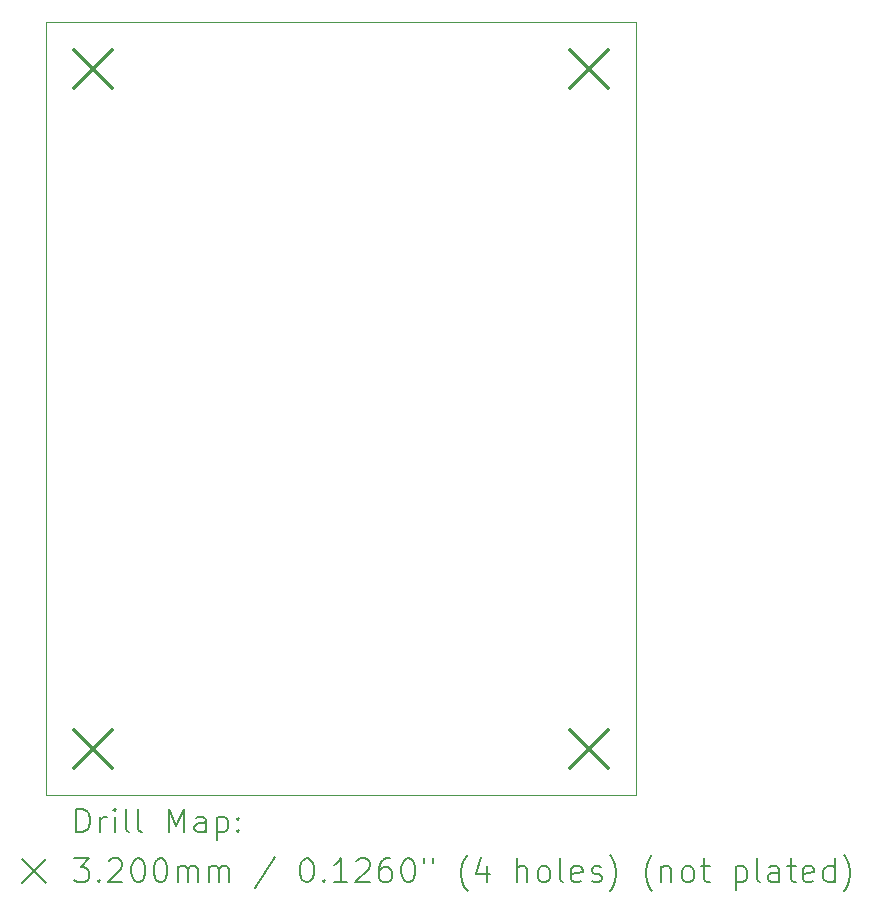
<source format=gbr>
%TF.GenerationSoftware,KiCad,Pcbnew,8.0.3*%
%TF.CreationDate,2024-07-15T07:55:14+02:00*%
%TF.ProjectId,OFMBearBoard,4f464d42-6561-4724-926f-6172642e6b69,1.0.1 (Dicker)*%
%TF.SameCoordinates,Original*%
%TF.FileFunction,Drillmap*%
%TF.FilePolarity,Positive*%
%FSLAX45Y45*%
G04 Gerber Fmt 4.5, Leading zero omitted, Abs format (unit mm)*
G04 Created by KiCad (PCBNEW 8.0.3) date 2024-07-15 07:55:14*
%MOMM*%
%LPD*%
G01*
G04 APERTURE LIST*
%ADD10C,0.050000*%
%ADD11C,0.200000*%
%ADD12C,0.320000*%
G04 APERTURE END LIST*
D10*
X7925000Y-2145000D02*
X12925000Y-2145000D01*
X12925000Y-8695000D01*
X7925000Y-8695000D01*
X7925000Y-2145000D01*
D11*
D12*
X8165000Y-2385000D02*
X8485000Y-2705000D01*
X8485000Y-2385000D02*
X8165000Y-2705000D01*
X8165000Y-8140000D02*
X8485000Y-8460000D01*
X8485000Y-8140000D02*
X8165000Y-8460000D01*
X12365000Y-2385000D02*
X12685000Y-2705000D01*
X12685000Y-2385000D02*
X12365000Y-2705000D01*
X12365000Y-8140000D02*
X12685000Y-8460000D01*
X12685000Y-8140000D02*
X12365000Y-8460000D01*
D11*
X8183277Y-9008984D02*
X8183277Y-8808984D01*
X8183277Y-8808984D02*
X8230896Y-8808984D01*
X8230896Y-8808984D02*
X8259467Y-8818508D01*
X8259467Y-8818508D02*
X8278515Y-8837555D01*
X8278515Y-8837555D02*
X8288039Y-8856603D01*
X8288039Y-8856603D02*
X8297562Y-8894698D01*
X8297562Y-8894698D02*
X8297562Y-8923270D01*
X8297562Y-8923270D02*
X8288039Y-8961365D01*
X8288039Y-8961365D02*
X8278515Y-8980412D01*
X8278515Y-8980412D02*
X8259467Y-8999460D01*
X8259467Y-8999460D02*
X8230896Y-9008984D01*
X8230896Y-9008984D02*
X8183277Y-9008984D01*
X8383277Y-9008984D02*
X8383277Y-8875650D01*
X8383277Y-8913746D02*
X8392801Y-8894698D01*
X8392801Y-8894698D02*
X8402324Y-8885174D01*
X8402324Y-8885174D02*
X8421372Y-8875650D01*
X8421372Y-8875650D02*
X8440420Y-8875650D01*
X8507086Y-9008984D02*
X8507086Y-8875650D01*
X8507086Y-8808984D02*
X8497563Y-8818508D01*
X8497563Y-8818508D02*
X8507086Y-8828031D01*
X8507086Y-8828031D02*
X8516610Y-8818508D01*
X8516610Y-8818508D02*
X8507086Y-8808984D01*
X8507086Y-8808984D02*
X8507086Y-8828031D01*
X8630896Y-9008984D02*
X8611848Y-8999460D01*
X8611848Y-8999460D02*
X8602324Y-8980412D01*
X8602324Y-8980412D02*
X8602324Y-8808984D01*
X8735658Y-9008984D02*
X8716610Y-8999460D01*
X8716610Y-8999460D02*
X8707086Y-8980412D01*
X8707086Y-8980412D02*
X8707086Y-8808984D01*
X8964229Y-9008984D02*
X8964229Y-8808984D01*
X8964229Y-8808984D02*
X9030896Y-8951841D01*
X9030896Y-8951841D02*
X9097563Y-8808984D01*
X9097563Y-8808984D02*
X9097563Y-9008984D01*
X9278515Y-9008984D02*
X9278515Y-8904222D01*
X9278515Y-8904222D02*
X9268991Y-8885174D01*
X9268991Y-8885174D02*
X9249944Y-8875650D01*
X9249944Y-8875650D02*
X9211848Y-8875650D01*
X9211848Y-8875650D02*
X9192801Y-8885174D01*
X9278515Y-8999460D02*
X9259467Y-9008984D01*
X9259467Y-9008984D02*
X9211848Y-9008984D01*
X9211848Y-9008984D02*
X9192801Y-8999460D01*
X9192801Y-8999460D02*
X9183277Y-8980412D01*
X9183277Y-8980412D02*
X9183277Y-8961365D01*
X9183277Y-8961365D02*
X9192801Y-8942317D01*
X9192801Y-8942317D02*
X9211848Y-8932793D01*
X9211848Y-8932793D02*
X9259467Y-8932793D01*
X9259467Y-8932793D02*
X9278515Y-8923270D01*
X9373753Y-8875650D02*
X9373753Y-9075650D01*
X9373753Y-8885174D02*
X9392801Y-8875650D01*
X9392801Y-8875650D02*
X9430896Y-8875650D01*
X9430896Y-8875650D02*
X9449944Y-8885174D01*
X9449944Y-8885174D02*
X9459467Y-8894698D01*
X9459467Y-8894698D02*
X9468991Y-8913746D01*
X9468991Y-8913746D02*
X9468991Y-8970889D01*
X9468991Y-8970889D02*
X9459467Y-8989936D01*
X9459467Y-8989936D02*
X9449944Y-8999460D01*
X9449944Y-8999460D02*
X9430896Y-9008984D01*
X9430896Y-9008984D02*
X9392801Y-9008984D01*
X9392801Y-9008984D02*
X9373753Y-8999460D01*
X9554705Y-8989936D02*
X9564229Y-8999460D01*
X9564229Y-8999460D02*
X9554705Y-9008984D01*
X9554705Y-9008984D02*
X9545182Y-8999460D01*
X9545182Y-8999460D02*
X9554705Y-8989936D01*
X9554705Y-8989936D02*
X9554705Y-9008984D01*
X9554705Y-8885174D02*
X9564229Y-8894698D01*
X9564229Y-8894698D02*
X9554705Y-8904222D01*
X9554705Y-8904222D02*
X9545182Y-8894698D01*
X9545182Y-8894698D02*
X9554705Y-8885174D01*
X9554705Y-8885174D02*
X9554705Y-8904222D01*
X7722500Y-9237500D02*
X7922500Y-9437500D01*
X7922500Y-9237500D02*
X7722500Y-9437500D01*
X8164229Y-9228984D02*
X8288039Y-9228984D01*
X8288039Y-9228984D02*
X8221372Y-9305174D01*
X8221372Y-9305174D02*
X8249943Y-9305174D01*
X8249943Y-9305174D02*
X8268991Y-9314698D01*
X8268991Y-9314698D02*
X8278515Y-9324222D01*
X8278515Y-9324222D02*
X8288039Y-9343270D01*
X8288039Y-9343270D02*
X8288039Y-9390889D01*
X8288039Y-9390889D02*
X8278515Y-9409936D01*
X8278515Y-9409936D02*
X8268991Y-9419460D01*
X8268991Y-9419460D02*
X8249943Y-9428984D01*
X8249943Y-9428984D02*
X8192801Y-9428984D01*
X8192801Y-9428984D02*
X8173753Y-9419460D01*
X8173753Y-9419460D02*
X8164229Y-9409936D01*
X8373753Y-9409936D02*
X8383277Y-9419460D01*
X8383277Y-9419460D02*
X8373753Y-9428984D01*
X8373753Y-9428984D02*
X8364229Y-9419460D01*
X8364229Y-9419460D02*
X8373753Y-9409936D01*
X8373753Y-9409936D02*
X8373753Y-9428984D01*
X8459467Y-9248031D02*
X8468991Y-9238508D01*
X8468991Y-9238508D02*
X8488039Y-9228984D01*
X8488039Y-9228984D02*
X8535658Y-9228984D01*
X8535658Y-9228984D02*
X8554705Y-9238508D01*
X8554705Y-9238508D02*
X8564229Y-9248031D01*
X8564229Y-9248031D02*
X8573753Y-9267079D01*
X8573753Y-9267079D02*
X8573753Y-9286127D01*
X8573753Y-9286127D02*
X8564229Y-9314698D01*
X8564229Y-9314698D02*
X8449944Y-9428984D01*
X8449944Y-9428984D02*
X8573753Y-9428984D01*
X8697563Y-9228984D02*
X8716610Y-9228984D01*
X8716610Y-9228984D02*
X8735658Y-9238508D01*
X8735658Y-9238508D02*
X8745182Y-9248031D01*
X8745182Y-9248031D02*
X8754705Y-9267079D01*
X8754705Y-9267079D02*
X8764229Y-9305174D01*
X8764229Y-9305174D02*
X8764229Y-9352793D01*
X8764229Y-9352793D02*
X8754705Y-9390889D01*
X8754705Y-9390889D02*
X8745182Y-9409936D01*
X8745182Y-9409936D02*
X8735658Y-9419460D01*
X8735658Y-9419460D02*
X8716610Y-9428984D01*
X8716610Y-9428984D02*
X8697563Y-9428984D01*
X8697563Y-9428984D02*
X8678515Y-9419460D01*
X8678515Y-9419460D02*
X8668991Y-9409936D01*
X8668991Y-9409936D02*
X8659467Y-9390889D01*
X8659467Y-9390889D02*
X8649944Y-9352793D01*
X8649944Y-9352793D02*
X8649944Y-9305174D01*
X8649944Y-9305174D02*
X8659467Y-9267079D01*
X8659467Y-9267079D02*
X8668991Y-9248031D01*
X8668991Y-9248031D02*
X8678515Y-9238508D01*
X8678515Y-9238508D02*
X8697563Y-9228984D01*
X8888039Y-9228984D02*
X8907086Y-9228984D01*
X8907086Y-9228984D02*
X8926134Y-9238508D01*
X8926134Y-9238508D02*
X8935658Y-9248031D01*
X8935658Y-9248031D02*
X8945182Y-9267079D01*
X8945182Y-9267079D02*
X8954705Y-9305174D01*
X8954705Y-9305174D02*
X8954705Y-9352793D01*
X8954705Y-9352793D02*
X8945182Y-9390889D01*
X8945182Y-9390889D02*
X8935658Y-9409936D01*
X8935658Y-9409936D02*
X8926134Y-9419460D01*
X8926134Y-9419460D02*
X8907086Y-9428984D01*
X8907086Y-9428984D02*
X8888039Y-9428984D01*
X8888039Y-9428984D02*
X8868991Y-9419460D01*
X8868991Y-9419460D02*
X8859467Y-9409936D01*
X8859467Y-9409936D02*
X8849944Y-9390889D01*
X8849944Y-9390889D02*
X8840420Y-9352793D01*
X8840420Y-9352793D02*
X8840420Y-9305174D01*
X8840420Y-9305174D02*
X8849944Y-9267079D01*
X8849944Y-9267079D02*
X8859467Y-9248031D01*
X8859467Y-9248031D02*
X8868991Y-9238508D01*
X8868991Y-9238508D02*
X8888039Y-9228984D01*
X9040420Y-9428984D02*
X9040420Y-9295650D01*
X9040420Y-9314698D02*
X9049944Y-9305174D01*
X9049944Y-9305174D02*
X9068991Y-9295650D01*
X9068991Y-9295650D02*
X9097563Y-9295650D01*
X9097563Y-9295650D02*
X9116610Y-9305174D01*
X9116610Y-9305174D02*
X9126134Y-9324222D01*
X9126134Y-9324222D02*
X9126134Y-9428984D01*
X9126134Y-9324222D02*
X9135658Y-9305174D01*
X9135658Y-9305174D02*
X9154705Y-9295650D01*
X9154705Y-9295650D02*
X9183277Y-9295650D01*
X9183277Y-9295650D02*
X9202325Y-9305174D01*
X9202325Y-9305174D02*
X9211848Y-9324222D01*
X9211848Y-9324222D02*
X9211848Y-9428984D01*
X9307086Y-9428984D02*
X9307086Y-9295650D01*
X9307086Y-9314698D02*
X9316610Y-9305174D01*
X9316610Y-9305174D02*
X9335658Y-9295650D01*
X9335658Y-9295650D02*
X9364229Y-9295650D01*
X9364229Y-9295650D02*
X9383277Y-9305174D01*
X9383277Y-9305174D02*
X9392801Y-9324222D01*
X9392801Y-9324222D02*
X9392801Y-9428984D01*
X9392801Y-9324222D02*
X9402325Y-9305174D01*
X9402325Y-9305174D02*
X9421372Y-9295650D01*
X9421372Y-9295650D02*
X9449944Y-9295650D01*
X9449944Y-9295650D02*
X9468991Y-9305174D01*
X9468991Y-9305174D02*
X9478515Y-9324222D01*
X9478515Y-9324222D02*
X9478515Y-9428984D01*
X9868991Y-9219460D02*
X9697563Y-9476603D01*
X10126134Y-9228984D02*
X10145182Y-9228984D01*
X10145182Y-9228984D02*
X10164229Y-9238508D01*
X10164229Y-9238508D02*
X10173753Y-9248031D01*
X10173753Y-9248031D02*
X10183277Y-9267079D01*
X10183277Y-9267079D02*
X10192801Y-9305174D01*
X10192801Y-9305174D02*
X10192801Y-9352793D01*
X10192801Y-9352793D02*
X10183277Y-9390889D01*
X10183277Y-9390889D02*
X10173753Y-9409936D01*
X10173753Y-9409936D02*
X10164229Y-9419460D01*
X10164229Y-9419460D02*
X10145182Y-9428984D01*
X10145182Y-9428984D02*
X10126134Y-9428984D01*
X10126134Y-9428984D02*
X10107087Y-9419460D01*
X10107087Y-9419460D02*
X10097563Y-9409936D01*
X10097563Y-9409936D02*
X10088039Y-9390889D01*
X10088039Y-9390889D02*
X10078515Y-9352793D01*
X10078515Y-9352793D02*
X10078515Y-9305174D01*
X10078515Y-9305174D02*
X10088039Y-9267079D01*
X10088039Y-9267079D02*
X10097563Y-9248031D01*
X10097563Y-9248031D02*
X10107087Y-9238508D01*
X10107087Y-9238508D02*
X10126134Y-9228984D01*
X10278515Y-9409936D02*
X10288039Y-9419460D01*
X10288039Y-9419460D02*
X10278515Y-9428984D01*
X10278515Y-9428984D02*
X10268991Y-9419460D01*
X10268991Y-9419460D02*
X10278515Y-9409936D01*
X10278515Y-9409936D02*
X10278515Y-9428984D01*
X10478515Y-9428984D02*
X10364229Y-9428984D01*
X10421372Y-9428984D02*
X10421372Y-9228984D01*
X10421372Y-9228984D02*
X10402325Y-9257555D01*
X10402325Y-9257555D02*
X10383277Y-9276603D01*
X10383277Y-9276603D02*
X10364229Y-9286127D01*
X10554706Y-9248031D02*
X10564229Y-9238508D01*
X10564229Y-9238508D02*
X10583277Y-9228984D01*
X10583277Y-9228984D02*
X10630896Y-9228984D01*
X10630896Y-9228984D02*
X10649944Y-9238508D01*
X10649944Y-9238508D02*
X10659468Y-9248031D01*
X10659468Y-9248031D02*
X10668991Y-9267079D01*
X10668991Y-9267079D02*
X10668991Y-9286127D01*
X10668991Y-9286127D02*
X10659468Y-9314698D01*
X10659468Y-9314698D02*
X10545182Y-9428984D01*
X10545182Y-9428984D02*
X10668991Y-9428984D01*
X10840420Y-9228984D02*
X10802325Y-9228984D01*
X10802325Y-9228984D02*
X10783277Y-9238508D01*
X10783277Y-9238508D02*
X10773753Y-9248031D01*
X10773753Y-9248031D02*
X10754706Y-9276603D01*
X10754706Y-9276603D02*
X10745182Y-9314698D01*
X10745182Y-9314698D02*
X10745182Y-9390889D01*
X10745182Y-9390889D02*
X10754706Y-9409936D01*
X10754706Y-9409936D02*
X10764229Y-9419460D01*
X10764229Y-9419460D02*
X10783277Y-9428984D01*
X10783277Y-9428984D02*
X10821372Y-9428984D01*
X10821372Y-9428984D02*
X10840420Y-9419460D01*
X10840420Y-9419460D02*
X10849944Y-9409936D01*
X10849944Y-9409936D02*
X10859468Y-9390889D01*
X10859468Y-9390889D02*
X10859468Y-9343270D01*
X10859468Y-9343270D02*
X10849944Y-9324222D01*
X10849944Y-9324222D02*
X10840420Y-9314698D01*
X10840420Y-9314698D02*
X10821372Y-9305174D01*
X10821372Y-9305174D02*
X10783277Y-9305174D01*
X10783277Y-9305174D02*
X10764229Y-9314698D01*
X10764229Y-9314698D02*
X10754706Y-9324222D01*
X10754706Y-9324222D02*
X10745182Y-9343270D01*
X10983277Y-9228984D02*
X11002325Y-9228984D01*
X11002325Y-9228984D02*
X11021372Y-9238508D01*
X11021372Y-9238508D02*
X11030896Y-9248031D01*
X11030896Y-9248031D02*
X11040420Y-9267079D01*
X11040420Y-9267079D02*
X11049944Y-9305174D01*
X11049944Y-9305174D02*
X11049944Y-9352793D01*
X11049944Y-9352793D02*
X11040420Y-9390889D01*
X11040420Y-9390889D02*
X11030896Y-9409936D01*
X11030896Y-9409936D02*
X11021372Y-9419460D01*
X11021372Y-9419460D02*
X11002325Y-9428984D01*
X11002325Y-9428984D02*
X10983277Y-9428984D01*
X10983277Y-9428984D02*
X10964229Y-9419460D01*
X10964229Y-9419460D02*
X10954706Y-9409936D01*
X10954706Y-9409936D02*
X10945182Y-9390889D01*
X10945182Y-9390889D02*
X10935658Y-9352793D01*
X10935658Y-9352793D02*
X10935658Y-9305174D01*
X10935658Y-9305174D02*
X10945182Y-9267079D01*
X10945182Y-9267079D02*
X10954706Y-9248031D01*
X10954706Y-9248031D02*
X10964229Y-9238508D01*
X10964229Y-9238508D02*
X10983277Y-9228984D01*
X11126134Y-9228984D02*
X11126134Y-9267079D01*
X11202325Y-9228984D02*
X11202325Y-9267079D01*
X11497563Y-9505174D02*
X11488039Y-9495650D01*
X11488039Y-9495650D02*
X11468991Y-9467079D01*
X11468991Y-9467079D02*
X11459468Y-9448031D01*
X11459468Y-9448031D02*
X11449944Y-9419460D01*
X11449944Y-9419460D02*
X11440420Y-9371841D01*
X11440420Y-9371841D02*
X11440420Y-9333746D01*
X11440420Y-9333746D02*
X11449944Y-9286127D01*
X11449944Y-9286127D02*
X11459468Y-9257555D01*
X11459468Y-9257555D02*
X11468991Y-9238508D01*
X11468991Y-9238508D02*
X11488039Y-9209936D01*
X11488039Y-9209936D02*
X11497563Y-9200412D01*
X11659468Y-9295650D02*
X11659468Y-9428984D01*
X11611848Y-9219460D02*
X11564229Y-9362317D01*
X11564229Y-9362317D02*
X11688039Y-9362317D01*
X11916610Y-9428984D02*
X11916610Y-9228984D01*
X12002325Y-9428984D02*
X12002325Y-9324222D01*
X12002325Y-9324222D02*
X11992801Y-9305174D01*
X11992801Y-9305174D02*
X11973753Y-9295650D01*
X11973753Y-9295650D02*
X11945182Y-9295650D01*
X11945182Y-9295650D02*
X11926134Y-9305174D01*
X11926134Y-9305174D02*
X11916610Y-9314698D01*
X12126134Y-9428984D02*
X12107087Y-9419460D01*
X12107087Y-9419460D02*
X12097563Y-9409936D01*
X12097563Y-9409936D02*
X12088039Y-9390889D01*
X12088039Y-9390889D02*
X12088039Y-9333746D01*
X12088039Y-9333746D02*
X12097563Y-9314698D01*
X12097563Y-9314698D02*
X12107087Y-9305174D01*
X12107087Y-9305174D02*
X12126134Y-9295650D01*
X12126134Y-9295650D02*
X12154706Y-9295650D01*
X12154706Y-9295650D02*
X12173753Y-9305174D01*
X12173753Y-9305174D02*
X12183277Y-9314698D01*
X12183277Y-9314698D02*
X12192801Y-9333746D01*
X12192801Y-9333746D02*
X12192801Y-9390889D01*
X12192801Y-9390889D02*
X12183277Y-9409936D01*
X12183277Y-9409936D02*
X12173753Y-9419460D01*
X12173753Y-9419460D02*
X12154706Y-9428984D01*
X12154706Y-9428984D02*
X12126134Y-9428984D01*
X12307087Y-9428984D02*
X12288039Y-9419460D01*
X12288039Y-9419460D02*
X12278515Y-9400412D01*
X12278515Y-9400412D02*
X12278515Y-9228984D01*
X12459468Y-9419460D02*
X12440420Y-9428984D01*
X12440420Y-9428984D02*
X12402325Y-9428984D01*
X12402325Y-9428984D02*
X12383277Y-9419460D01*
X12383277Y-9419460D02*
X12373753Y-9400412D01*
X12373753Y-9400412D02*
X12373753Y-9324222D01*
X12373753Y-9324222D02*
X12383277Y-9305174D01*
X12383277Y-9305174D02*
X12402325Y-9295650D01*
X12402325Y-9295650D02*
X12440420Y-9295650D01*
X12440420Y-9295650D02*
X12459468Y-9305174D01*
X12459468Y-9305174D02*
X12468991Y-9324222D01*
X12468991Y-9324222D02*
X12468991Y-9343270D01*
X12468991Y-9343270D02*
X12373753Y-9362317D01*
X12545182Y-9419460D02*
X12564230Y-9428984D01*
X12564230Y-9428984D02*
X12602325Y-9428984D01*
X12602325Y-9428984D02*
X12621372Y-9419460D01*
X12621372Y-9419460D02*
X12630896Y-9400412D01*
X12630896Y-9400412D02*
X12630896Y-9390889D01*
X12630896Y-9390889D02*
X12621372Y-9371841D01*
X12621372Y-9371841D02*
X12602325Y-9362317D01*
X12602325Y-9362317D02*
X12573753Y-9362317D01*
X12573753Y-9362317D02*
X12554706Y-9352793D01*
X12554706Y-9352793D02*
X12545182Y-9333746D01*
X12545182Y-9333746D02*
X12545182Y-9324222D01*
X12545182Y-9324222D02*
X12554706Y-9305174D01*
X12554706Y-9305174D02*
X12573753Y-9295650D01*
X12573753Y-9295650D02*
X12602325Y-9295650D01*
X12602325Y-9295650D02*
X12621372Y-9305174D01*
X12697563Y-9505174D02*
X12707087Y-9495650D01*
X12707087Y-9495650D02*
X12726134Y-9467079D01*
X12726134Y-9467079D02*
X12735658Y-9448031D01*
X12735658Y-9448031D02*
X12745182Y-9419460D01*
X12745182Y-9419460D02*
X12754706Y-9371841D01*
X12754706Y-9371841D02*
X12754706Y-9333746D01*
X12754706Y-9333746D02*
X12745182Y-9286127D01*
X12745182Y-9286127D02*
X12735658Y-9257555D01*
X12735658Y-9257555D02*
X12726134Y-9238508D01*
X12726134Y-9238508D02*
X12707087Y-9209936D01*
X12707087Y-9209936D02*
X12697563Y-9200412D01*
X13059468Y-9505174D02*
X13049944Y-9495650D01*
X13049944Y-9495650D02*
X13030896Y-9467079D01*
X13030896Y-9467079D02*
X13021372Y-9448031D01*
X13021372Y-9448031D02*
X13011849Y-9419460D01*
X13011849Y-9419460D02*
X13002325Y-9371841D01*
X13002325Y-9371841D02*
X13002325Y-9333746D01*
X13002325Y-9333746D02*
X13011849Y-9286127D01*
X13011849Y-9286127D02*
X13021372Y-9257555D01*
X13021372Y-9257555D02*
X13030896Y-9238508D01*
X13030896Y-9238508D02*
X13049944Y-9209936D01*
X13049944Y-9209936D02*
X13059468Y-9200412D01*
X13135658Y-9295650D02*
X13135658Y-9428984D01*
X13135658Y-9314698D02*
X13145182Y-9305174D01*
X13145182Y-9305174D02*
X13164230Y-9295650D01*
X13164230Y-9295650D02*
X13192801Y-9295650D01*
X13192801Y-9295650D02*
X13211849Y-9305174D01*
X13211849Y-9305174D02*
X13221372Y-9324222D01*
X13221372Y-9324222D02*
X13221372Y-9428984D01*
X13345182Y-9428984D02*
X13326134Y-9419460D01*
X13326134Y-9419460D02*
X13316611Y-9409936D01*
X13316611Y-9409936D02*
X13307087Y-9390889D01*
X13307087Y-9390889D02*
X13307087Y-9333746D01*
X13307087Y-9333746D02*
X13316611Y-9314698D01*
X13316611Y-9314698D02*
X13326134Y-9305174D01*
X13326134Y-9305174D02*
X13345182Y-9295650D01*
X13345182Y-9295650D02*
X13373753Y-9295650D01*
X13373753Y-9295650D02*
X13392801Y-9305174D01*
X13392801Y-9305174D02*
X13402325Y-9314698D01*
X13402325Y-9314698D02*
X13411849Y-9333746D01*
X13411849Y-9333746D02*
X13411849Y-9390889D01*
X13411849Y-9390889D02*
X13402325Y-9409936D01*
X13402325Y-9409936D02*
X13392801Y-9419460D01*
X13392801Y-9419460D02*
X13373753Y-9428984D01*
X13373753Y-9428984D02*
X13345182Y-9428984D01*
X13468992Y-9295650D02*
X13545182Y-9295650D01*
X13497563Y-9228984D02*
X13497563Y-9400412D01*
X13497563Y-9400412D02*
X13507087Y-9419460D01*
X13507087Y-9419460D02*
X13526134Y-9428984D01*
X13526134Y-9428984D02*
X13545182Y-9428984D01*
X13764230Y-9295650D02*
X13764230Y-9495650D01*
X13764230Y-9305174D02*
X13783277Y-9295650D01*
X13783277Y-9295650D02*
X13821373Y-9295650D01*
X13821373Y-9295650D02*
X13840420Y-9305174D01*
X13840420Y-9305174D02*
X13849944Y-9314698D01*
X13849944Y-9314698D02*
X13859468Y-9333746D01*
X13859468Y-9333746D02*
X13859468Y-9390889D01*
X13859468Y-9390889D02*
X13849944Y-9409936D01*
X13849944Y-9409936D02*
X13840420Y-9419460D01*
X13840420Y-9419460D02*
X13821373Y-9428984D01*
X13821373Y-9428984D02*
X13783277Y-9428984D01*
X13783277Y-9428984D02*
X13764230Y-9419460D01*
X13973753Y-9428984D02*
X13954706Y-9419460D01*
X13954706Y-9419460D02*
X13945182Y-9400412D01*
X13945182Y-9400412D02*
X13945182Y-9228984D01*
X14135658Y-9428984D02*
X14135658Y-9324222D01*
X14135658Y-9324222D02*
X14126134Y-9305174D01*
X14126134Y-9305174D02*
X14107087Y-9295650D01*
X14107087Y-9295650D02*
X14068992Y-9295650D01*
X14068992Y-9295650D02*
X14049944Y-9305174D01*
X14135658Y-9419460D02*
X14116611Y-9428984D01*
X14116611Y-9428984D02*
X14068992Y-9428984D01*
X14068992Y-9428984D02*
X14049944Y-9419460D01*
X14049944Y-9419460D02*
X14040420Y-9400412D01*
X14040420Y-9400412D02*
X14040420Y-9381365D01*
X14040420Y-9381365D02*
X14049944Y-9362317D01*
X14049944Y-9362317D02*
X14068992Y-9352793D01*
X14068992Y-9352793D02*
X14116611Y-9352793D01*
X14116611Y-9352793D02*
X14135658Y-9343270D01*
X14202325Y-9295650D02*
X14278515Y-9295650D01*
X14230896Y-9228984D02*
X14230896Y-9400412D01*
X14230896Y-9400412D02*
X14240420Y-9419460D01*
X14240420Y-9419460D02*
X14259468Y-9428984D01*
X14259468Y-9428984D02*
X14278515Y-9428984D01*
X14421373Y-9419460D02*
X14402325Y-9428984D01*
X14402325Y-9428984D02*
X14364230Y-9428984D01*
X14364230Y-9428984D02*
X14345182Y-9419460D01*
X14345182Y-9419460D02*
X14335658Y-9400412D01*
X14335658Y-9400412D02*
X14335658Y-9324222D01*
X14335658Y-9324222D02*
X14345182Y-9305174D01*
X14345182Y-9305174D02*
X14364230Y-9295650D01*
X14364230Y-9295650D02*
X14402325Y-9295650D01*
X14402325Y-9295650D02*
X14421373Y-9305174D01*
X14421373Y-9305174D02*
X14430896Y-9324222D01*
X14430896Y-9324222D02*
X14430896Y-9343270D01*
X14430896Y-9343270D02*
X14335658Y-9362317D01*
X14602325Y-9428984D02*
X14602325Y-9228984D01*
X14602325Y-9419460D02*
X14583277Y-9428984D01*
X14583277Y-9428984D02*
X14545182Y-9428984D01*
X14545182Y-9428984D02*
X14526134Y-9419460D01*
X14526134Y-9419460D02*
X14516611Y-9409936D01*
X14516611Y-9409936D02*
X14507087Y-9390889D01*
X14507087Y-9390889D02*
X14507087Y-9333746D01*
X14507087Y-9333746D02*
X14516611Y-9314698D01*
X14516611Y-9314698D02*
X14526134Y-9305174D01*
X14526134Y-9305174D02*
X14545182Y-9295650D01*
X14545182Y-9295650D02*
X14583277Y-9295650D01*
X14583277Y-9295650D02*
X14602325Y-9305174D01*
X14678515Y-9505174D02*
X14688039Y-9495650D01*
X14688039Y-9495650D02*
X14707087Y-9467079D01*
X14707087Y-9467079D02*
X14716611Y-9448031D01*
X14716611Y-9448031D02*
X14726134Y-9419460D01*
X14726134Y-9419460D02*
X14735658Y-9371841D01*
X14735658Y-9371841D02*
X14735658Y-9333746D01*
X14735658Y-9333746D02*
X14726134Y-9286127D01*
X14726134Y-9286127D02*
X14716611Y-9257555D01*
X14716611Y-9257555D02*
X14707087Y-9238508D01*
X14707087Y-9238508D02*
X14688039Y-9209936D01*
X14688039Y-9209936D02*
X14678515Y-9200412D01*
M02*

</source>
